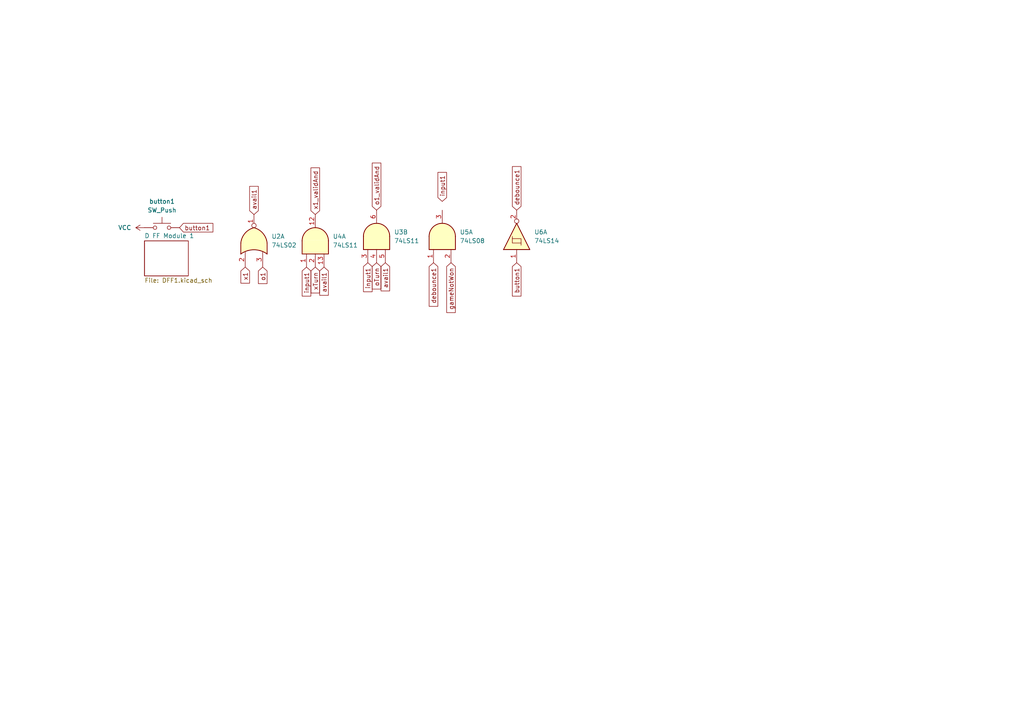
<source format=kicad_sch>
(kicad_sch
	(version 20250114)
	(generator "eeschema")
	(generator_version "9.0")
	(uuid "f906c928-f19c-46a6-ae2e-102e5e64a862")
	(paper "A4")
	(lib_symbols
		(symbol "74xx:74LS02"
			(pin_names
				(offset 1.016)
			)
			(exclude_from_sim no)
			(in_bom yes)
			(on_board yes)
			(property "Reference" "U"
				(at 0 1.27 0)
				(effects
					(font
						(size 1.27 1.27)
					)
				)
			)
			(property "Value" "74LS02"
				(at 0 -1.27 0)
				(effects
					(font
						(size 1.27 1.27)
					)
				)
			)
			(property "Footprint" ""
				(at 0 0 0)
				(effects
					(font
						(size 1.27 1.27)
					)
					(hide yes)
				)
			)
			(property "Datasheet" "http://www.ti.com/lit/gpn/sn74ls02"
				(at 0 0 0)
				(effects
					(font
						(size 1.27 1.27)
					)
					(hide yes)
				)
			)
			(property "Description" "quad 2-input NOR gate"
				(at 0 0 0)
				(effects
					(font
						(size 1.27 1.27)
					)
					(hide yes)
				)
			)
			(property "ki_locked" ""
				(at 0 0 0)
				(effects
					(font
						(size 1.27 1.27)
					)
				)
			)
			(property "ki_keywords" "TTL Nor2"
				(at 0 0 0)
				(effects
					(font
						(size 1.27 1.27)
					)
					(hide yes)
				)
			)
			(property "ki_fp_filters" "SO14* DIP*W7.62mm*"
				(at 0 0 0)
				(effects
					(font
						(size 1.27 1.27)
					)
					(hide yes)
				)
			)
			(symbol "74LS02_1_1"
				(arc
					(start -3.81 3.81)
					(mid -2.589 0)
					(end -3.81 -3.81)
					(stroke
						(width 0.254)
						(type default)
					)
					(fill
						(type none)
					)
				)
				(polyline
					(pts
						(xy -3.81 3.81) (xy -0.635 3.81)
					)
					(stroke
						(width 0.254)
						(type default)
					)
					(fill
						(type background)
					)
				)
				(polyline
					(pts
						(xy -3.81 -3.81) (xy -0.635 -3.81)
					)
					(stroke
						(width 0.254)
						(type default)
					)
					(fill
						(type background)
					)
				)
				(arc
					(start 3.81 0)
					(mid 2.1855 -2.584)
					(end -0.6096 -3.81)
					(stroke
						(width 0.254)
						(type default)
					)
					(fill
						(type background)
					)
				)
				(arc
					(start -0.6096 3.81)
					(mid 2.1928 2.5924)
					(end 3.81 0)
					(stroke
						(width 0.254)
						(type default)
					)
					(fill
						(type background)
					)
				)
				(polyline
					(pts
						(xy -0.635 3.81) (xy -3.81 3.81) (xy -3.81 3.81) (xy -3.556 3.4036) (xy -3.0226 2.2606) (xy -2.6924 1.0414)
						(xy -2.6162 -0.254) (xy -2.7686 -1.4986) (xy -3.175 -2.7178) (xy -3.81 -3.81) (xy -3.81 -3.81)
						(xy -0.635 -3.81)
					)
					(stroke
						(width -25.4)
						(type default)
					)
					(fill
						(type background)
					)
				)
				(pin input line
					(at -7.62 2.54 0)
					(length 4.318)
					(name "~"
						(effects
							(font
								(size 1.27 1.27)
							)
						)
					)
					(number "2"
						(effects
							(font
								(size 1.27 1.27)
							)
						)
					)
				)
				(pin input line
					(at -7.62 -2.54 0)
					(length 4.318)
					(name "~"
						(effects
							(font
								(size 1.27 1.27)
							)
						)
					)
					(number "3"
						(effects
							(font
								(size 1.27 1.27)
							)
						)
					)
				)
				(pin output inverted
					(at 7.62 0 180)
					(length 3.81)
					(name "~"
						(effects
							(font
								(size 1.27 1.27)
							)
						)
					)
					(number "1"
						(effects
							(font
								(size 1.27 1.27)
							)
						)
					)
				)
			)
			(symbol "74LS02_1_2"
				(arc
					(start 0 3.81)
					(mid 3.7934 0)
					(end 0 -3.81)
					(stroke
						(width 0.254)
						(type default)
					)
					(fill
						(type background)
					)
				)
				(polyline
					(pts
						(xy 0 3.81) (xy -3.81 3.81) (xy -3.81 -3.81) (xy 0 -3.81)
					)
					(stroke
						(width 0.254)
						(type default)
					)
					(fill
						(type background)
					)
				)
				(pin input inverted
					(at -7.62 2.54 0)
					(length 3.81)
					(name "~"
						(effects
							(font
								(size 1.27 1.27)
							)
						)
					)
					(number "2"
						(effects
							(font
								(size 1.27 1.27)
							)
						)
					)
				)
				(pin input inverted
					(at -7.62 -2.54 0)
					(length 3.81)
					(name "~"
						(effects
							(font
								(size 1.27 1.27)
							)
						)
					)
					(number "3"
						(effects
							(font
								(size 1.27 1.27)
							)
						)
					)
				)
				(pin output line
					(at 7.62 0 180)
					(length 3.81)
					(name "~"
						(effects
							(font
								(size 1.27 1.27)
							)
						)
					)
					(number "1"
						(effects
							(font
								(size 1.27 1.27)
							)
						)
					)
				)
			)
			(symbol "74LS02_2_1"
				(arc
					(start -3.81 3.81)
					(mid -2.589 0)
					(end -3.81 -3.81)
					(stroke
						(width 0.254)
						(type default)
					)
					(fill
						(type none)
					)
				)
				(polyline
					(pts
						(xy -3.81 3.81) (xy -0.635 3.81)
					)
					(stroke
						(width 0.254)
						(type default)
					)
					(fill
						(type background)
					)
				)
				(polyline
					(pts
						(xy -3.81 -3.81) (xy -0.635 -3.81)
					)
					(stroke
						(width 0.254)
						(type default)
					)
					(fill
						(type background)
					)
				)
				(arc
					(start 3.81 0)
					(mid 2.1855 -2.584)
					(end -0.6096 -3.81)
					(stroke
						(width 0.254)
						(type default)
					)
					(fill
						(type background)
					)
				)
				(arc
					(start -0.6096 3.81)
					(mid 2.1928 2.5924)
					(end 3.81 0)
					(stroke
						(width 0.254)
						(type default)
					)
					(fill
						(type background)
					)
				)
				(polyline
					(pts
						(xy -0.635 3.81) (xy -3.81 3.81) (xy -3.81 3.81) (xy -3.556 3.4036) (xy -3.0226 2.2606) (xy -2.6924 1.0414)
						(xy -2.6162 -0.254) (xy -2.7686 -1.4986) (xy -3.175 -2.7178) (xy -3.81 -3.81) (xy -3.81 -3.81)
						(xy -0.635 -3.81)
					)
					(stroke
						(width -25.4)
						(type default)
					)
					(fill
						(type background)
					)
				)
				(pin input line
					(at -7.62 2.54 0)
					(length 4.318)
					(name "~"
						(effects
							(font
								(size 1.27 1.27)
							)
						)
					)
					(number "5"
						(effects
							(font
								(size 1.27 1.27)
							)
						)
					)
				)
				(pin input line
					(at -7.62 -2.54 0)
					(length 4.318)
					(name "~"
						(effects
							(font
								(size 1.27 1.27)
							)
						)
					)
					(number "6"
						(effects
							(font
								(size 1.27 1.27)
							)
						)
					)
				)
				(pin output inverted
					(at 7.62 0 180)
					(length 3.81)
					(name "~"
						(effects
							(font
								(size 1.27 1.27)
							)
						)
					)
					(number "4"
						(effects
							(font
								(size 1.27 1.27)
							)
						)
					)
				)
			)
			(symbol "74LS02_2_2"
				(arc
					(start 0 3.81)
					(mid 3.7934 0)
					(end 0 -3.81)
					(stroke
						(width 0.254)
						(type default)
					)
					(fill
						(type background)
					)
				)
				(polyline
					(pts
						(xy 0 3.81) (xy -3.81 3.81) (xy -3.81 -3.81) (xy 0 -3.81)
					)
					(stroke
						(width 0.254)
						(type default)
					)
					(fill
						(type background)
					)
				)
				(pin input inverted
					(at -7.62 2.54 0)
					(length 3.81)
					(name "~"
						(effects
							(font
								(size 1.27 1.27)
							)
						)
					)
					(number "5"
						(effects
							(font
								(size 1.27 1.27)
							)
						)
					)
				)
				(pin input inverted
					(at -7.62 -2.54 0)
					(length 3.81)
					(name "~"
						(effects
							(font
								(size 1.27 1.27)
							)
						)
					)
					(number "6"
						(effects
							(font
								(size 1.27 1.27)
							)
						)
					)
				)
				(pin output line
					(at 7.62 0 180)
					(length 3.81)
					(name "~"
						(effects
							(font
								(size 1.27 1.27)
							)
						)
					)
					(number "4"
						(effects
							(font
								(size 1.27 1.27)
							)
						)
					)
				)
			)
			(symbol "74LS02_3_1"
				(arc
					(start -3.81 3.81)
					(mid -2.589 0)
					(end -3.81 -3.81)
					(stroke
						(width 0.254)
						(type default)
					)
					(fill
						(type none)
					)
				)
				(polyline
					(pts
						(xy -3.81 3.81) (xy -0.635 3.81)
					)
					(stroke
						(width 0.254)
						(type default)
					)
					(fill
						(type background)
					)
				)
				(polyline
					(pts
						(xy -3.81 -3.81) (xy -0.635 -3.81)
					)
					(stroke
						(width 0.254)
						(type default)
					)
					(fill
						(type background)
					)
				)
				(arc
					(start 3.81 0)
					(mid 2.1855 -2.584)
					(end -0.6096 -3.81)
					(stroke
						(width 0.254)
						(type default)
					)
					(fill
						(type background)
					)
				)
				(arc
					(start -0.6096 3.81)
					(mid 2.1928 2.5924)
					(end 3.81 0)
					(stroke
						(width 0.254)
						(type default)
					)
					(fill
						(type background)
					)
				)
				(polyline
					(pts
						(xy -0.635 3.81) (xy -3.81 3.81) (xy -3.81 3.81) (xy -3.556 3.4036) (xy -3.0226 2.2606) (xy -2.6924 1.0414)
						(xy -2.6162 -0.254) (xy -2.7686 -1.4986) (xy -3.175 -2.7178) (xy -3.81 -3.81) (xy -3.81 -3.81)
						(xy -0.635 -3.81)
					)
					(stroke
						(width -25.4)
						(type default)
					)
					(fill
						(type background)
					)
				)
				(pin input line
					(at -7.62 2.54 0)
					(length 4.318)
					(name "~"
						(effects
							(font
								(size 1.27 1.27)
							)
						)
					)
					(number "8"
						(effects
							(font
								(size 1.27 1.27)
							)
						)
					)
				)
				(pin input line
					(at -7.62 -2.54 0)
					(length 4.318)
					(name "~"
						(effects
							(font
								(size 1.27 1.27)
							)
						)
					)
					(number "9"
						(effects
							(font
								(size 1.27 1.27)
							)
						)
					)
				)
				(pin output inverted
					(at 7.62 0 180)
					(length 3.81)
					(name "~"
						(effects
							(font
								(size 1.27 1.27)
							)
						)
					)
					(number "10"
						(effects
							(font
								(size 1.27 1.27)
							)
						)
					)
				)
			)
			(symbol "74LS02_3_2"
				(arc
					(start 0 3.81)
					(mid 3.7934 0)
					(end 0 -3.81)
					(stroke
						(width 0.254)
						(type default)
					)
					(fill
						(type background)
					)
				)
				(polyline
					(pts
						(xy 0 3.81) (xy -3.81 3.81) (xy -3.81 -3.81) (xy 0 -3.81)
					)
					(stroke
						(width 0.254)
						(type default)
					)
					(fill
						(type background)
					)
				)
				(pin input inverted
					(at -7.62 2.54 0)
					(length 3.81)
					(name "~"
						(effects
							(font
								(size 1.27 1.27)
							)
						)
					)
					(number "8"
						(effects
							(font
								(size 1.27 1.27)
							)
						)
					)
				)
				(pin input inverted
					(at -7.62 -2.54 0)
					(length 3.81)
					(name "~"
						(effects
							(font
								(size 1.27 1.27)
							)
						)
					)
					(number "9"
						(effects
							(font
								(size 1.27 1.27)
							)
						)
					)
				)
				(pin output line
					(at 7.62 0 180)
					(length 3.81)
					(name "~"
						(effects
							(font
								(size 1.27 1.27)
							)
						)
					)
					(number "10"
						(effects
							(font
								(size 1.27 1.27)
							)
						)
					)
				)
			)
			(symbol "74LS02_4_1"
				(arc
					(start -3.81 3.81)
					(mid -2.589 0)
					(end -3.81 -3.81)
					(stroke
						(width 0.254)
						(type default)
					)
					(fill
						(type none)
					)
				)
				(polyline
					(pts
						(xy -3.81 3.81) (xy -0.635 3.81)
					)
					(stroke
						(width 0.254)
						(type default)
					)
					(fill
						(type background)
					)
				)
				(polyline
					(pts
						(xy -3.81 -3.81) (xy -0.635 -3.81)
					)
					(stroke
						(width 0.254)
						(type default)
					)
					(fill
						(type background)
					)
				)
				(arc
					(start 3.81 0)
					(mid 2.1855 -2.584)
					(end -0.6096 -3.81)
					(stroke
						(width 0.254)
						(type default)
					)
					(fill
						(type background)
					)
				)
				(arc
					(start -0.6096 3.81)
					(mid 2.1928 2.5924)
					(end 3.81 0)
					(stroke
						(width 0.254)
						(type default)
					)
					(fill
						(type background)
					)
				)
				(polyline
					(pts
						(xy -0.635 3.81) (xy -3.81 3.81) (xy -3.81 3.81) (xy -3.556 3.4036) (xy -3.0226 2.2606) (xy -2.6924 1.0414)
						(xy -2.6162 -0.254) (xy -2.7686 -1.4986) (xy -3.175 -2.7178) (xy -3.81 -3.81) (xy -3.81 -3.81)
						(xy -0.635 -3.81)
					)
					(stroke
						(width -25.4)
						(type default)
					)
					(fill
						(type background)
					)
				)
				(pin input line
					(at -7.62 2.54 0)
					(length 4.318)
					(name "~"
						(effects
							(font
								(size 1.27 1.27)
							)
						)
					)
					(number "11"
						(effects
							(font
								(size 1.27 1.27)
							)
						)
					)
				)
				(pin input line
					(at -7.62 -2.54 0)
					(length 4.318)
					(name "~"
						(effects
							(font
								(size 1.27 1.27)
							)
						)
					)
					(number "12"
						(effects
							(font
								(size 1.27 1.27)
							)
						)
					)
				)
				(pin output inverted
					(at 7.62 0 180)
					(length 3.81)
					(name "~"
						(effects
							(font
								(size 1.27 1.27)
							)
						)
					)
					(number "13"
						(effects
							(font
								(size 1.27 1.27)
							)
						)
					)
				)
			)
			(symbol "74LS02_4_2"
				(arc
					(start 0 3.81)
					(mid 3.7934 0)
					(end 0 -3.81)
					(stroke
						(width 0.254)
						(type default)
					)
					(fill
						(type background)
					)
				)
				(polyline
					(pts
						(xy 0 3.81) (xy -3.81 3.81) (xy -3.81 -3.81) (xy 0 -3.81)
					)
					(stroke
						(width 0.254)
						(type default)
					)
					(fill
						(type background)
					)
				)
				(pin input inverted
					(at -7.62 2.54 0)
					(length 3.81)
					(name "~"
						(effects
							(font
								(size 1.27 1.27)
							)
						)
					)
					(number "11"
						(effects
							(font
								(size 1.27 1.27)
							)
						)
					)
				)
				(pin input inverted
					(at -7.62 -2.54 0)
					(length 3.81)
					(name "~"
						(effects
							(font
								(size 1.27 1.27)
							)
						)
					)
					(number "12"
						(effects
							(font
								(size 1.27 1.27)
							)
						)
					)
				)
				(pin output line
					(at 7.62 0 180)
					(length 3.81)
					(name "~"
						(effects
							(font
								(size 1.27 1.27)
							)
						)
					)
					(number "13"
						(effects
							(font
								(size 1.27 1.27)
							)
						)
					)
				)
			)
			(symbol "74LS02_5_0"
				(pin power_in line
					(at 0 12.7 270)
					(length 5.08)
					(name "VCC"
						(effects
							(font
								(size 1.27 1.27)
							)
						)
					)
					(number "14"
						(effects
							(font
								(size 1.27 1.27)
							)
						)
					)
				)
				(pin power_in line
					(at 0 -12.7 90)
					(length 5.08)
					(name "GND"
						(effects
							(font
								(size 1.27 1.27)
							)
						)
					)
					(number "7"
						(effects
							(font
								(size 1.27 1.27)
							)
						)
					)
				)
			)
			(symbol "74LS02_5_1"
				(rectangle
					(start -5.08 7.62)
					(end 5.08 -7.62)
					(stroke
						(width 0.254)
						(type default)
					)
					(fill
						(type background)
					)
				)
			)
			(embedded_fonts no)
		)
		(symbol "74xx:74LS08"
			(pin_names
				(offset 1.016)
			)
			(exclude_from_sim no)
			(in_bom yes)
			(on_board yes)
			(property "Reference" "U"
				(at 0 1.27 0)
				(effects
					(font
						(size 1.27 1.27)
					)
				)
			)
			(property "Value" "74LS08"
				(at 0 -1.27 0)
				(effects
					(font
						(size 1.27 1.27)
					)
				)
			)
			(property "Footprint" ""
				(at 0 0 0)
				(effects
					(font
						(size 1.27 1.27)
					)
					(hide yes)
				)
			)
			(property "Datasheet" "http://www.ti.com/lit/gpn/sn74LS08"
				(at 0 0 0)
				(effects
					(font
						(size 1.27 1.27)
					)
					(hide yes)
				)
			)
			(property "Description" "Quad And2"
				(at 0 0 0)
				(effects
					(font
						(size 1.27 1.27)
					)
					(hide yes)
				)
			)
			(property "ki_locked" ""
				(at 0 0 0)
				(effects
					(font
						(size 1.27 1.27)
					)
				)
			)
			(property "ki_keywords" "TTL and2"
				(at 0 0 0)
				(effects
					(font
						(size 1.27 1.27)
					)
					(hide yes)
				)
			)
			(property "ki_fp_filters" "DIP*W7.62mm*"
				(at 0 0 0)
				(effects
					(font
						(size 1.27 1.27)
					)
					(hide yes)
				)
			)
			(symbol "74LS08_1_1"
				(arc
					(start 0 3.81)
					(mid 3.7934 0)
					(end 0 -3.81)
					(stroke
						(width 0.254)
						(type default)
					)
					(fill
						(type background)
					)
				)
				(polyline
					(pts
						(xy 0 3.81) (xy -3.81 3.81) (xy -3.81 -3.81) (xy 0 -3.81)
					)
					(stroke
						(width 0.254)
						(type default)
					)
					(fill
						(type background)
					)
				)
				(pin input line
					(at -7.62 2.54 0)
					(length 3.81)
					(name "~"
						(effects
							(font
								(size 1.27 1.27)
							)
						)
					)
					(number "1"
						(effects
							(font
								(size 1.27 1.27)
							)
						)
					)
				)
				(pin input line
					(at -7.62 -2.54 0)
					(length 3.81)
					(name "~"
						(effects
							(font
								(size 1.27 1.27)
							)
						)
					)
					(number "2"
						(effects
							(font
								(size 1.27 1.27)
							)
						)
					)
				)
				(pin output line
					(at 7.62 0 180)
					(length 3.81)
					(name "~"
						(effects
							(font
								(size 1.27 1.27)
							)
						)
					)
					(number "3"
						(effects
							(font
								(size 1.27 1.27)
							)
						)
					)
				)
			)
			(symbol "74LS08_1_2"
				(arc
					(start -3.81 3.81)
					(mid -2.589 0)
					(end -3.81 -3.81)
					(stroke
						(width 0.254)
						(type default)
					)
					(fill
						(type none)
					)
				)
				(polyline
					(pts
						(xy -3.81 3.81) (xy -0.635 3.81)
					)
					(stroke
						(width 0.254)
						(type default)
					)
					(fill
						(type background)
					)
				)
				(polyline
					(pts
						(xy -3.81 -3.81) (xy -0.635 -3.81)
					)
					(stroke
						(width 0.254)
						(type default)
					)
					(fill
						(type background)
					)
				)
				(arc
					(start 3.81 0)
					(mid 2.1855 -2.584)
					(end -0.6096 -3.81)
					(stroke
						(width 0.254)
						(type default)
					)
					(fill
						(type background)
					)
				)
				(arc
					(start -0.6096 3.81)
					(mid 2.1928 2.5924)
					(end 3.81 0)
					(stroke
						(width 0.254)
						(type default)
					)
					(fill
						(type background)
					)
				)
				(polyline
					(pts
						(xy -0.635 3.81) (xy -3.81 3.81) (xy -3.81 3.81) (xy -3.556 3.4036) (xy -3.0226 2.2606) (xy -2.6924 1.0414)
						(xy -2.6162 -0.254) (xy -2.7686 -1.4986) (xy -3.175 -2.7178) (xy -3.81 -3.81) (xy -3.81 -3.81)
						(xy -0.635 -3.81)
					)
					(stroke
						(width -25.4)
						(type default)
					)
					(fill
						(type background)
					)
				)
				(pin input inverted
					(at -7.62 2.54 0)
					(length 4.318)
					(name "~"
						(effects
							(font
								(size 1.27 1.27)
							)
						)
					)
					(number "1"
						(effects
							(font
								(size 1.27 1.27)
							)
						)
					)
				)
				(pin input inverted
					(at -7.62 -2.54 0)
					(length 4.318)
					(name "~"
						(effects
							(font
								(size 1.27 1.27)
							)
						)
					)
					(number "2"
						(effects
							(font
								(size 1.27 1.27)
							)
						)
					)
				)
				(pin output inverted
					(at 7.62 0 180)
					(length 3.81)
					(name "~"
						(effects
							(font
								(size 1.27 1.27)
							)
						)
					)
					(number "3"
						(effects
							(font
								(size 1.27 1.27)
							)
						)
					)
				)
			)
			(symbol "74LS08_2_1"
				(arc
					(start 0 3.81)
					(mid 3.7934 0)
					(end 0 -3.81)
					(stroke
						(width 0.254)
						(type default)
					)
					(fill
						(type background)
					)
				)
				(polyline
					(pts
						(xy 0 3.81) (xy -3.81 3.81) (xy -3.81 -3.81) (xy 0 -3.81)
					)
					(stroke
						(width 0.254)
						(type default)
					)
					(fill
						(type background)
					)
				)
				(pin input line
					(at -7.62 2.54 0)
					(length 3.81)
					(name "~"
						(effects
							(font
								(size 1.27 1.27)
							)
						)
					)
					(number "4"
						(effects
							(font
								(size 1.27 1.27)
							)
						)
					)
				)
				(pin input line
					(at -7.62 -2.54 0)
					(length 3.81)
					(name "~"
						(effects
							(font
								(size 1.27 1.27)
							)
						)
					)
					(number "5"
						(effects
							(font
								(size 1.27 1.27)
							)
						)
					)
				)
				(pin output line
					(at 7.62 0 180)
					(length 3.81)
					(name "~"
						(effects
							(font
								(size 1.27 1.27)
							)
						)
					)
					(number "6"
						(effects
							(font
								(size 1.27 1.27)
							)
						)
					)
				)
			)
			(symbol "74LS08_2_2"
				(arc
					(start -3.81 3.81)
					(mid -2.589 0)
					(end -3.81 -3.81)
					(stroke
						(width 0.254)
						(type default)
					)
					(fill
						(type none)
					)
				)
				(polyline
					(pts
						(xy -3.81 3.81) (xy -0.635 3.81)
					)
					(stroke
						(width 0.254)
						(type default)
					)
					(fill
						(type background)
					)
				)
				(polyline
					(pts
						(xy -3.81 -3.81) (xy -0.635 -3.81)
					)
					(stroke
						(width 0.254)
						(type default)
					)
					(fill
						(type background)
					)
				)
				(arc
					(start 3.81 0)
					(mid 2.1855 -2.584)
					(end -0.6096 -3.81)
					(stroke
						(width 0.254)
						(type default)
					)
					(fill
						(type background)
					)
				)
				(arc
					(start -0.6096 3.81)
					(mid 2.1928 2.5924)
					(end 3.81 0)
					(stroke
						(width 0.254)
						(type default)
					)
					(fill
						(type background)
					)
				)
				(polyline
					(pts
						(xy -0.635 3.81) (xy -3.81 3.81) (xy -3.81 3.81) (xy -3.556 3.4036) (xy -3.0226 2.2606) (xy -2.6924 1.0414)
						(xy -2.6162 -0.254) (xy -2.7686 -1.4986) (xy -3.175 -2.7178) (xy -3.81 -3.81) (xy -3.81 -3.81)
						(xy -0.635 -3.81)
					)
					(stroke
						(width -25.4)
						(type default)
					)
					(fill
						(type background)
					)
				)
				(pin input inverted
					(at -7.62 2.54 0)
					(length 4.318)
					(name "~"
						(effects
							(font
								(size 1.27 1.27)
							)
						)
					)
					(number "4"
						(effects
							(font
								(size 1.27 1.27)
							)
						)
					)
				)
				(pin input inverted
					(at -7.62 -2.54 0)
					(length 4.318)
					(name "~"
						(effects
							(font
								(size 1.27 1.27)
							)
						)
					)
					(number "5"
						(effects
							(font
								(size 1.27 1.27)
							)
						)
					)
				)
				(pin output inverted
					(at 7.62 0 180)
					(length 3.81)
					(name "~"
						(effects
							(font
								(size 1.27 1.27)
							)
						)
					)
					(number "6"
						(effects
							(font
								(size 1.27 1.27)
							)
						)
					)
				)
			)
			(symbol "74LS08_3_1"
				(arc
					(start 0 3.81)
					(mid 3.7934 0)
					(end 0 -3.81)
					(stroke
						(width 0.254)
						(type default)
					)
					(fill
						(type background)
					)
				)
				(polyline
					(pts
						(xy 0 3.81) (xy -3.81 3.81) (xy -3.81 -3.81) (xy 0 -3.81)
					)
					(stroke
						(width 0.254)
						(type default)
					)
					(fill
						(type background)
					)
				)
				(pin input line
					(at -7.62 2.54 0)
					(length 3.81)
					(name "~"
						(effects
							(font
								(size 1.27 1.27)
							)
						)
					)
					(number "9"
						(effects
							(font
								(size 1.27 1.27)
							)
						)
					)
				)
				(pin input line
					(at -7.62 -2.54 0)
					(length 3.81)
					(name "~"
						(effects
							(font
								(size 1.27 1.27)
							)
						)
					)
					(number "10"
						(effects
							(font
								(size 1.27 1.27)
							)
						)
					)
				)
				(pin output line
					(at 7.62 0 180)
					(length 3.81)
					(name "~"
						(effects
							(font
								(size 1.27 1.27)
							)
						)
					)
					(number "8"
						(effects
							(font
								(size 1.27 1.27)
							)
						)
					)
				)
			)
			(symbol "74LS08_3_2"
				(arc
					(start -3.81 3.81)
					(mid -2.589 0)
					(end -3.81 -3.81)
					(stroke
						(width 0.254)
						(type default)
					)
					(fill
						(type none)
					)
				)
				(polyline
					(pts
						(xy -3.81 3.81) (xy -0.635 3.81)
					)
					(stroke
						(width 0.254)
						(type default)
					)
					(fill
						(type background)
					)
				)
				(polyline
					(pts
						(xy -3.81 -3.81) (xy -0.635 -3.81)
					)
					(stroke
						(width 0.254)
						(type default)
					)
					(fill
						(type background)
					)
				)
				(arc
					(start 3.81 0)
					(mid 2.1855 -2.584)
					(end -0.6096 -3.81)
					(stroke
						(width 0.254)
						(type default)
					)
					(fill
						(type background)
					)
				)
				(arc
					(start -0.6096 3.81)
					(mid 2.1928 2.5924)
					(end 3.81 0)
					(stroke
						(width 0.254)
						(type default)
					)
					(fill
						(type background)
					)
				)
				(polyline
					(pts
						(xy -0.635 3.81) (xy -3.81 3.81) (xy -3.81 3.81) (xy -3.556 3.4036) (xy -3.0226 2.2606) (xy -2.6924 1.0414)
						(xy -2.6162 -0.254) (xy -2.7686 -1.4986) (xy -3.175 -2.7178) (xy -3.81 -3.81) (xy -3.81 -3.81)
						(xy -0.635 -3.81)
					)
					(stroke
						(width -25.4)
						(type default)
					)
					(fill
						(type background)
					)
				)
				(pin input inverted
					(at -7.62 2.54 0)
					(length 4.318)
					(name "~"
						(effects
							(font
								(size 1.27 1.27)
							)
						)
					)
					(number "9"
						(effects
							(font
								(size 1.27 1.27)
							)
						)
					)
				)
				(pin input inverted
					(at -7.62 -2.54 0)
					(length 4.318)
					(name "~"
						(effects
							(font
								(size 1.27 1.27)
							)
						)
					)
					(number "10"
						(effects
							(font
								(size 1.27 1.27)
							)
						)
					)
				)
				(pin output inverted
					(at 7.62 0 180)
					(length 3.81)
					(name "~"
						(effects
							(font
								(size 1.27 1.27)
							)
						)
					)
					(number "8"
						(effects
							(font
								(size 1.27 1.27)
							)
						)
					)
				)
			)
			(symbol "74LS08_4_1"
				(arc
					(start 0 3.81)
					(mid 3.7934 0)
					(end 0 -3.81)
					(stroke
						(width 0.254)
						(type default)
					)
					(fill
						(type background)
					)
				)
				(polyline
					(pts
						(xy 0 3.81) (xy -3.81 3.81) (xy -3.81 -3.81) (xy 0 -3.81)
					)
					(stroke
						(width 0.254)
						(type default)
					)
					(fill
						(type background)
					)
				)
				(pin input line
					(at -7.62 2.54 0)
					(length 3.81)
					(name "~"
						(effects
							(font
								(size 1.27 1.27)
							)
						)
					)
					(number "12"
						(effects
							(font
								(size 1.27 1.27)
							)
						)
					)
				)
				(pin input line
					(at -7.62 -2.54 0)
					(length 3.81)
					(name "~"
						(effects
							(font
								(size 1.27 1.27)
							)
						)
					)
					(number "13"
						(effects
							(font
								(size 1.27 1.27)
							)
						)
					)
				)
				(pin output line
					(at 7.62 0 180)
					(length 3.81)
					(name "~"
						(effects
							(font
								(size 1.27 1.27)
							)
						)
					)
					(number "11"
						(effects
							(font
								(size 1.27 1.27)
							)
						)
					)
				)
			)
			(symbol "74LS08_4_2"
				(arc
					(start -3.81 3.81)
					(mid -2.589 0)
					(end -3.81 -3.81)
					(stroke
						(width 0.254)
						(type default)
					)
					(fill
						(type none)
					)
				)
				(polyline
					(pts
						(xy -3.81 3.81) (xy -0.635 3.81)
					)
					(stroke
						(width 0.254)
						(type default)
					)
					(fill
						(type background)
					)
				)
				(polyline
					(pts
						(xy -3.81 -3.81) (xy -0.635 -3.81)
					)
					(stroke
						(width 0.254)
						(type default)
					)
					(fill
						(type background)
					)
				)
				(arc
					(start 3.81 0)
					(mid 2.1855 -2.584)
					(end -0.6096 -3.81)
					(stroke
						(width 0.254)
						(type default)
					)
					(fill
						(type background)
					)
				)
				(arc
					(start -0.6096 3.81)
					(mid 2.1928 2.5924)
					(end 3.81 0)
					(stroke
						(width 0.254)
						(type default)
					)
					(fill
						(type background)
					)
				)
				(polyline
					(pts
						(xy -0.635 3.81) (xy -3.81 3.81) (xy -3.81 3.81) (xy -3.556 3.4036) (xy -3.0226 2.2606) (xy -2.6924 1.0414)
						(xy -2.6162 -0.254) (xy -2.7686 -1.4986) (xy -3.175 -2.7178) (xy -3.81 -3.81) (xy -3.81 -3.81)
						(xy -0.635 -3.81)
					)
					(stroke
						(width -25.4)
						(type default)
					)
					(fill
						(type background)
					)
				)
				(pin input inverted
					(at -7.62 2.54 0)
					(length 4.318)
					(name "~"
						(effects
							(font
								(size 1.27 1.27)
							)
						)
					)
					(number "12"
						(effects
							(font
								(size 1.27 1.27)
							)
						)
					)
				)
				(pin input inverted
					(at -7.62 -2.54 0)
					(length 4.318)
					(name "~"
						(effects
							(font
								(size 1.27 1.27)
							)
						)
					)
					(number "13"
						(effects
							(font
								(size 1.27 1.27)
							)
						)
					)
				)
				(pin output inverted
					(at 7.62 0 180)
					(length 3.81)
					(name "~"
						(effects
							(font
								(size 1.27 1.27)
							)
						)
					)
					(number "11"
						(effects
							(font
								(size 1.27 1.27)
							)
						)
					)
				)
			)
			(symbol "74LS08_5_0"
				(pin power_in line
					(at 0 12.7 270)
					(length 5.08)
					(name "VCC"
						(effects
							(font
								(size 1.27 1.27)
							)
						)
					)
					(number "14"
						(effects
							(font
								(size 1.27 1.27)
							)
						)
					)
				)
				(pin power_in line
					(at 0 -12.7 90)
					(length 5.08)
					(name "GND"
						(effects
							(font
								(size 1.27 1.27)
							)
						)
					)
					(number "7"
						(effects
							(font
								(size 1.27 1.27)
							)
						)
					)
				)
			)
			(symbol "74LS08_5_1"
				(rectangle
					(start -5.08 7.62)
					(end 5.08 -7.62)
					(stroke
						(width 0.254)
						(type default)
					)
					(fill
						(type background)
					)
				)
			)
			(embedded_fonts no)
		)
		(symbol "74xx:74LS11"
			(pin_names
				(offset 1.016)
			)
			(exclude_from_sim no)
			(in_bom yes)
			(on_board yes)
			(property "Reference" "U"
				(at 0 1.27 0)
				(effects
					(font
						(size 1.27 1.27)
					)
				)
			)
			(property "Value" "74LS11"
				(at 0 -1.27 0)
				(effects
					(font
						(size 1.27 1.27)
					)
				)
			)
			(property "Footprint" ""
				(at 0 0 0)
				(effects
					(font
						(size 1.27 1.27)
					)
					(hide yes)
				)
			)
			(property "Datasheet" "http://www.ti.com/lit/gpn/sn74LS11"
				(at 0 0 0)
				(effects
					(font
						(size 1.27 1.27)
					)
					(hide yes)
				)
			)
			(property "Description" "Triple 3-input AND"
				(at 0 0 0)
				(effects
					(font
						(size 1.27 1.27)
					)
					(hide yes)
				)
			)
			(property "ki_locked" ""
				(at 0 0 0)
				(effects
					(font
						(size 1.27 1.27)
					)
				)
			)
			(property "ki_keywords" "TTL And3"
				(at 0 0 0)
				(effects
					(font
						(size 1.27 1.27)
					)
					(hide yes)
				)
			)
			(property "ki_fp_filters" "DIP*W7.62mm*"
				(at 0 0 0)
				(effects
					(font
						(size 1.27 1.27)
					)
					(hide yes)
				)
			)
			(symbol "74LS11_1_1"
				(arc
					(start 0 3.81)
					(mid 3.7934 0)
					(end 0 -3.81)
					(stroke
						(width 0.254)
						(type default)
					)
					(fill
						(type background)
					)
				)
				(polyline
					(pts
						(xy 0 3.81) (xy -3.81 3.81) (xy -3.81 -3.81) (xy 0 -3.81)
					)
					(stroke
						(width 0.254)
						(type default)
					)
					(fill
						(type background)
					)
				)
				(pin input line
					(at -7.62 2.54 0)
					(length 3.81)
					(name "~"
						(effects
							(font
								(size 1.27 1.27)
							)
						)
					)
					(number "1"
						(effects
							(font
								(size 1.27 1.27)
							)
						)
					)
				)
				(pin input line
					(at -7.62 0 0)
					(length 3.81)
					(name "~"
						(effects
							(font
								(size 1.27 1.27)
							)
						)
					)
					(number "2"
						(effects
							(font
								(size 1.27 1.27)
							)
						)
					)
				)
				(pin input line
					(at -7.62 -2.54 0)
					(length 3.81)
					(name "~"
						(effects
							(font
								(size 1.27 1.27)
							)
						)
					)
					(number "13"
						(effects
							(font
								(size 1.27 1.27)
							)
						)
					)
				)
				(pin output line
					(at 7.62 0 180)
					(length 3.81)
					(name "~"
						(effects
							(font
								(size 1.27 1.27)
							)
						)
					)
					(number "12"
						(effects
							(font
								(size 1.27 1.27)
							)
						)
					)
				)
			)
			(symbol "74LS11_1_2"
				(arc
					(start -3.81 3.81)
					(mid -2.589 0)
					(end -3.81 -3.81)
					(stroke
						(width 0.254)
						(type default)
					)
					(fill
						(type none)
					)
				)
				(polyline
					(pts
						(xy -3.81 3.81) (xy -0.635 3.81)
					)
					(stroke
						(width 0.254)
						(type default)
					)
					(fill
						(type background)
					)
				)
				(polyline
					(pts
						(xy -3.81 -3.81) (xy -0.635 -3.81)
					)
					(stroke
						(width 0.254)
						(type default)
					)
					(fill
						(type background)
					)
				)
				(arc
					(start 3.81 0)
					(mid 2.1855 -2.584)
					(end -0.6096 -3.81)
					(stroke
						(width 0.254)
						(type default)
					)
					(fill
						(type background)
					)
				)
				(arc
					(start -0.6096 3.81)
					(mid 2.1928 2.5924)
					(end 3.81 0)
					(stroke
						(width 0.254)
						(type default)
					)
					(fill
						(type background)
					)
				)
				(polyline
					(pts
						(xy -0.635 3.81) (xy -3.81 3.81) (xy -3.81 3.81) (xy -3.556 3.4036) (xy -3.0226 2.2606) (xy -2.6924 1.0414)
						(xy -2.6162 -0.254) (xy -2.7686 -1.4986) (xy -3.175 -2.7178) (xy -3.81 -3.81) (xy -3.81 -3.81)
						(xy -0.635 -3.81)
					)
					(stroke
						(width -25.4)
						(type default)
					)
					(fill
						(type background)
					)
				)
				(pin input inverted
					(at -7.62 2.54 0)
					(length 4.318)
					(name "~"
						(effects
							(font
								(size 1.27 1.27)
							)
						)
					)
					(number "1"
						(effects
							(font
								(size 1.27 1.27)
							)
						)
					)
				)
				(pin input inverted
					(at -7.62 0 0)
					(length 4.953)
					(name "~"
						(effects
							(font
								(size 1.27 1.27)
							)
						)
					)
					(number "2"
						(effects
							(font
								(size 1.27 1.27)
							)
						)
					)
				)
				(pin input inverted
					(at -7.62 -2.54 0)
					(length 4.318)
					(name "~"
						(effects
							(font
								(size 1.27 1.27)
							)
						)
					)
					(number "13"
						(effects
							(font
								(size 1.27 1.27)
							)
						)
					)
				)
				(pin output inverted
					(at 7.62 0 180)
					(length 3.81)
					(name "~"
						(effects
							(font
								(size 1.27 1.27)
							)
						)
					)
					(number "12"
						(effects
							(font
								(size 1.27 1.27)
							)
						)
					)
				)
			)
			(symbol "74LS11_2_1"
				(arc
					(start 0 3.81)
					(mid 3.7934 0)
					(end 0 -3.81)
					(stroke
						(width 0.254)
						(type default)
					)
					(fill
						(type background)
					)
				)
				(polyline
					(pts
						(xy 0 3.81) (xy -3.81 3.81) (xy -3.81 -3.81) (xy 0 -3.81)
					)
					(stroke
						(width 0.254)
						(type default)
					)
					(fill
						(type background)
					)
				)
				(pin input line
					(at -7.62 2.54 0)
					(length 3.81)
					(name "~"
						(effects
							(font
								(size 1.27 1.27)
							)
						)
					)
					(number "3"
						(effects
							(font
								(size 1.27 1.27)
							)
						)
					)
				)
				(pin input line
					(at -7.62 0 0)
					(length 3.81)
					(name "~"
						(effects
							(font
								(size 1.27 1.27)
							)
						)
					)
					(number "4"
						(effects
							(font
								(size 1.27 1.27)
							)
						)
					)
				)
				(pin input line
					(at -7.62 -2.54 0)
					(length 3.81)
					(name "~"
						(effects
							(font
								(size 1.27 1.27)
							)
						)
					)
					(number "5"
						(effects
							(font
								(size 1.27 1.27)
							)
						)
					)
				)
				(pin output line
					(at 7.62 0 180)
					(length 3.81)
					(name "~"
						(effects
							(font
								(size 1.27 1.27)
							)
						)
					)
					(number "6"
						(effects
							(font
								(size 1.27 1.27)
							)
						)
					)
				)
			)
			(symbol "74LS11_2_2"
				(arc
					(start -3.81 3.81)
					(mid -2.589 0)
					(end -3.81 -3.81)
					(stroke
						(width 0.254)
						(type default)
					)
					(fill
						(type none)
					)
				)
				(polyline
					(pts
						(xy -3.81 3.81) (xy -0.635 3.81)
					)
					(stroke
						(width 0.254)
						(type default)
					)
					(fill
						(type background)
					)
				)
				(polyline
					(pts
						(xy -3.81 -3.81) (xy -0.635 -3.81)
					)
					(stroke
						(width 0.254)
						(type default)
					)
					(fill
						(type background)
					)
				)
				(arc
					(start 3.81 0)
					(mid 2.1855 -2.584)
					(end -0.6096 -3.81)
					(stroke
						(width 0.254)
						(type default)
					)
					(fill
						(type background)
					)
				)
				(arc
					(start -0.6096 3.81)
					(mid 2.1928 2.5924)
					(end 3.81 0)
					(stroke
						(width 0.254)
						(type default)
					)
					(fill
						(type background)
					)
				)
				(polyline
					(pts
						(xy -0.635 3.81) (xy -3.81 3.81) (xy -3.81 3.81) (xy -3.556 3.4036) (xy -3.0226 2.2606) (xy -2.6924 1.0414)
						(xy -2.6162 -0.254) (xy -2.7686 -1.4986) (xy -3.175 -2.7178) (xy -3.81 -3.81) (xy -3.81 -3.81)
						(xy -0.635 -3.81)
					)
					(stroke
						(width -25.4)
						(type default)
					)
					(fill
						(type background)
					)
				)
				(pin input inverted
					(at -7.62 2.54 0)
					(length 4.318)
					(name "~"
						(effects
							(font
								(size 1.27 1.27)
							)
						)
					)
					(number "3"
						(effects
							(font
								(size 1.27 1.27)
							)
						)
					)
				)
				(pin input inverted
					(at -7.62 0 0)
					(length 4.953)
					(name "~"
						(effects
							(font
								(size 1.27 1.27)
							)
						)
					)
					(number "4"
						(effects
							(font
								(size 1.27 1.27)
							)
						)
					)
				)
				(pin input inverted
					(at -7.62 -2.54 0)
					(length 4.318)
					(name "~"
						(effects
							(font
								(size 1.27 1.27)
							)
						)
					)
					(number "5"
						(effects
							(font
								(size 1.27 1.27)
							)
						)
					)
				)
				(pin output inverted
					(at 7.62 0 180)
					(length 3.81)
					(name "~"
						(effects
							(font
								(size 1.27 1.27)
							)
						)
					)
					(number "6"
						(effects
							(font
								(size 1.27 1.27)
							)
						)
					)
				)
			)
			(symbol "74LS11_3_1"
				(arc
					(start 0 3.81)
					(mid 3.7934 0)
					(end 0 -3.81)
					(stroke
						(width 0.254)
						(type default)
					)
					(fill
						(type background)
					)
				)
				(polyline
					(pts
						(xy 0 3.81) (xy -3.81 3.81) (xy -3.81 -3.81) (xy 0 -3.81)
					)
					(stroke
						(width 0.254)
						(type default)
					)
					(fill
						(type background)
					)
				)
				(pin input line
					(at -7.62 2.54 0)
					(length 3.81)
					(name "~"
						(effects
							(font
								(size 1.27 1.27)
							)
						)
					)
					(number "9"
						(effects
							(font
								(size 1.27 1.27)
							)
						)
					)
				)
				(pin input line
					(at -7.62 0 0)
					(length 3.81)
					(name "~"
						(effects
							(font
								(size 1.27 1.27)
							)
						)
					)
					(number "10"
						(effects
							(font
								(size 1.27 1.27)
							)
						)
					)
				)
				(pin input line
					(at -7.62 -2.54 0)
					(length 3.81)
					(name "~"
						(effects
							(font
								(size 1.27 1.27)
							)
						)
					)
					(number "11"
						(effects
							(font
								(size 1.27 1.27)
							)
						)
					)
				)
				(pin output line
					(at 7.62 0 180)
					(length 3.81)
					(name "~"
						(effects
							(font
								(size 1.27 1.27)
							)
						)
					)
					(number "8"
						(effects
							(font
								(size 1.27 1.27)
							)
						)
					)
				)
			)
			(symbol "74LS11_3_2"
				(arc
					(start -3.81 3.81)
					(mid -2.589 0)
					(end -3.81 -3.81)
					(stroke
						(width 0.254)
						(type default)
					)
					(fill
						(type none)
					)
				)
				(polyline
					(pts
						(xy -3.81 3.81) (xy -0.635 3.81)
					)
					(stroke
						(width 0.254)
						(type default)
					)
					(fill
						(type background)
					)
				)
				(polyline
					(pts
						(xy -3.81 -3.81) (xy -0.635 -3.81)
					)
					(stroke
						(width 0.254)
						(type default)
					)
					(fill
						(type background)
					)
				)
				(arc
					(start 3.81 0)
					(mid 2.1855 -2.584)
					(end -0.6096 -3.81)
					(stroke
						(width 0.254)
						(type default)
					)
					(fill
						(type background)
					)
				)
				(arc
					(start -0.6096 3.81)
					(mid 2.1928 2.5924)
					(end 3.81 0)
					(stroke
						(width 0.254)
						(type default)
					)
					(fill
						(type background)
					)
				)
				(polyline
					(pts
						(xy -0.635 3.81) (xy -3.81 3.81) (xy -3.81 3.81) (xy -3.556 3.4036) (xy -3.0226 2.2606) (xy -2.6924 1.0414)
						(xy -2.6162 -0.254) (xy -2.7686 -1.4986) (xy -3.175 -2.7178) (xy -3.81 -3.81) (xy -3.81 -3.81)
						(xy -0.635 -3.81)
					)
					(stroke
						(width -25.4)
						(type default)
					)
					(fill
						(type background)
					)
				)
				(pin input inverted
					(at -7.62 2.54 0)
					(length 4.318)
					(name "~"
						(effects
							(font
								(size 1.27 1.27)
							)
						)
					)
					(number "9"
						(effects
							(font
								(size 1.27 1.27)
							)
						)
					)
				)
				(pin input inverted
					(at -7.62 0 0)
					(length 4.953)
					(name "~"
						(effects
							(font
								(size 1.27 1.27)
							)
						)
					)
					(number "10"
						(effects
							(font
								(size 1.27 1.27)
							)
						)
					)
				)
				(pin input inverted
					(at -7.62 -2.54 0)
					(length 4.318)
					(name "~"
						(effects
							(font
								(size 1.27 1.27)
							)
						)
					)
					(number "11"
						(effects
							(font
								(size 1.27 1.27)
							)
						)
					)
				)
				(pin output inverted
					(at 7.62 0 180)
					(length 3.81)
					(name "~"
						(effects
							(font
								(size 1.27 1.27)
							)
						)
					)
					(number "8"
						(effects
							(font
								(size 1.27 1.27)
							)
						)
					)
				)
			)
			(symbol "74LS11_4_0"
				(pin power_in line
					(at 0 12.7 270)
					(length 5.08)
					(name "VCC"
						(effects
							(font
								(size 1.27 1.27)
							)
						)
					)
					(number "14"
						(effects
							(font
								(size 1.27 1.27)
							)
						)
					)
				)
				(pin power_in line
					(at 0 -12.7 90)
					(length 5.08)
					(name "GND"
						(effects
							(font
								(size 1.27 1.27)
							)
						)
					)
					(number "7"
						(effects
							(font
								(size 1.27 1.27)
							)
						)
					)
				)
			)
			(symbol "74LS11_4_1"
				(rectangle
					(start -5.08 7.62)
					(end 5.08 -7.62)
					(stroke
						(width 0.254)
						(type default)
					)
					(fill
						(type background)
					)
				)
			)
			(embedded_fonts no)
		)
		(symbol "74xx:74LS14"
			(pin_names
				(offset 1.016)
			)
			(exclude_from_sim no)
			(in_bom yes)
			(on_board yes)
			(property "Reference" "U"
				(at 0 1.27 0)
				(effects
					(font
						(size 1.27 1.27)
					)
				)
			)
			(property "Value" "74LS14"
				(at 0 -1.27 0)
				(effects
					(font
						(size 1.27 1.27)
					)
				)
			)
			(property "Footprint" ""
				(at 0 0 0)
				(effects
					(font
						(size 1.27 1.27)
					)
					(hide yes)
				)
			)
			(property "Datasheet" "http://www.ti.com/lit/gpn/sn74LS14"
				(at 0 0 0)
				(effects
					(font
						(size 1.27 1.27)
					)
					(hide yes)
				)
			)
			(property "Description" "Hex inverter schmitt trigger"
				(at 0 0 0)
				(effects
					(font
						(size 1.27 1.27)
					)
					(hide yes)
				)
			)
			(property "ki_locked" ""
				(at 0 0 0)
				(effects
					(font
						(size 1.27 1.27)
					)
				)
			)
			(property "ki_keywords" "TTL not inverter"
				(at 0 0 0)
				(effects
					(font
						(size 1.27 1.27)
					)
					(hide yes)
				)
			)
			(property "ki_fp_filters" "DIP*W7.62mm*"
				(at 0 0 0)
				(effects
					(font
						(size 1.27 1.27)
					)
					(hide yes)
				)
			)
			(symbol "74LS14_1_0"
				(polyline
					(pts
						(xy -3.81 3.81) (xy -3.81 -3.81) (xy 3.81 0) (xy -3.81 3.81)
					)
					(stroke
						(width 0.254)
						(type default)
					)
					(fill
						(type background)
					)
				)
				(pin input line
					(at -7.62 0 0)
					(length 3.81)
					(name "~"
						(effects
							(font
								(size 1.27 1.27)
							)
						)
					)
					(number "1"
						(effects
							(font
								(size 1.27 1.27)
							)
						)
					)
				)
				(pin output inverted
					(at 7.62 0 180)
					(length 3.81)
					(name "~"
						(effects
							(font
								(size 1.27 1.27)
							)
						)
					)
					(number "2"
						(effects
							(font
								(size 1.27 1.27)
							)
						)
					)
				)
			)
			(symbol "74LS14_1_1"
				(polyline
					(pts
						(xy -2.54 -1.27) (xy -0.635 -1.27) (xy -0.635 1.27) (xy 0 1.27)
					)
					(stroke
						(width 0)
						(type default)
					)
					(fill
						(type none)
					)
				)
				(polyline
					(pts
						(xy -1.905 -1.27) (xy -1.905 1.27) (xy -0.635 1.27)
					)
					(stroke
						(width 0)
						(type default)
					)
					(fill
						(type none)
					)
				)
			)
			(symbol "74LS14_2_0"
				(polyline
					(pts
						(xy -3.81 3.81) (xy -3.81 -3.81) (xy 3.81 0) (xy -3.81 3.81)
					)
					(stroke
						(width 0.254)
						(type default)
					)
					(fill
						(type background)
					)
				)
				(pin input line
					(at -7.62 0 0)
					(length 3.81)
					(name "~"
						(effects
							(font
								(size 1.27 1.27)
							)
						)
					)
					(number "3"
						(effects
							(font
								(size 1.27 1.27)
							)
						)
					)
				)
				(pin output inverted
					(at 7.62 0 180)
					(length 3.81)
					(name "~"
						(effects
							(font
								(size 1.27 1.27)
							)
						)
					)
					(number "4"
						(effects
							(font
								(size 1.27 1.27)
							)
						)
					)
				)
			)
			(symbol "74LS14_2_1"
				(polyline
					(pts
						(xy -2.54 -1.27) (xy -0.635 -1.27) (xy -0.635 1.27) (xy 0 1.27)
					)
					(stroke
						(width 0)
						(type default)
					)
					(fill
						(type none)
					)
				)
				(polyline
					(pts
						(xy -1.905 -1.27) (xy -1.905 1.27) (xy -0.635 1.27)
					)
					(stroke
						(width 0)
						(type default)
					)
					(fill
						(type none)
					)
				)
			)
			(symbol "74LS14_3_0"
				(polyline
					(pts
						(xy -3.81 3.81) (xy -3.81 -3.81) (xy 3.81 0) (xy -3.81 3.81)
					)
					(stroke
						(width 0.254)
						(type default)
					)
					(fill
						(type background)
					)
				)
				(pin input line
					(at -7.62 0 0)
					(length 3.81)
					(name "~"
						(effects
							(font
								(size 1.27 1.27)
							)
						)
					)
					(number "5"
						(effects
							(font
								(size 1.27 1.27)
							)
						)
					)
				)
				(pin output inverted
					(at 7.62 0 180)
					(length 3.81)
					(name "~"
						(effects
							(font
								(size 1.27 1.27)
							)
						)
					)
					(number "6"
						(effects
							(font
								(size 1.27 1.27)
							)
						)
					)
				)
			)
			(symbol "74LS14_3_1"
				(polyline
					(pts
						(xy -2.54 -1.27) (xy -0.635 -1.27) (xy -0.635 1.27) (xy 0 1.27)
					)
					(stroke
						(width 0)
						(type default)
					)
					(fill
						(type none)
					)
				)
				(polyline
					(pts
						(xy -1.905 -1.27) (xy -1.905 1.27) (xy -0.635 1.27)
					)
					(stroke
						(width 0)
						(type default)
					)
					(fill
						(type none)
					)
				)
			)
			(symbol "74LS14_4_0"
				(polyline
					(pts
						(xy -3.81 3.81) (xy -3.81 -3.81) (xy 3.81 0) (xy -3.81 3.81)
					)
					(stroke
						(width 0.254)
						(type default)
					)
					(fill
						(type background)
					)
				)
				(pin input line
					(at -7.62 0 0)
					(length 3.81)
					(name "~"
						(effects
							(font
								(size 1.27 1.27)
							)
						)
					)
					(number "9"
						(effects
							(font
								(size 1.27 1.27)
							)
						)
					)
				)
				(pin output inverted
					(at 7.62 0 180)
					(length 3.81)
					(name "~"
						(effects
							(font
								(size 1.27 1.27)
							)
						)
					)
					(number "8"
						(effects
							(font
								(size 1.27 1.27)
							)
						)
					)
				)
			)
			(symbol "74LS14_4_1"
				(polyline
					(pts
						(xy -2.54 -1.27) (xy -0.635 -1.27) (xy -0.635 1.27) (xy 0 1.27)
					)
					(stroke
						(width 0)
						(type default)
					)
					(fill
						(type none)
					)
				)
				(polyline
					(pts
						(xy -1.905 -1.27) (xy -1.905 1.27) (xy -0.635 1.27)
					)
					(stroke
						(width 0)
						(type default)
					)
					(fill
						(type none)
					)
				)
			)
			(symbol "74LS14_5_0"
				(polyline
					(pts
						(xy -3.81 3.81) (xy -3.81 -3.81) (xy 3.81 0) (xy -3.81 3.81)
					)
					(stroke
						(width 0.254)
						(type default)
					)
					(fill
						(type background)
					)
				)
				(pin input line
					(at -7.62 0 0)
					(length 3.81)
					(name "~"
						(effects
							(font
								(size 1.27 1.27)
							)
						)
					)
					(number "11"
						(effects
							(font
								(size 1.27 1.27)
							)
						)
					)
				)
				(pin output inverted
					(at 7.62 0 180)
					(length 3.81)
					(name "~"
						(effects
							(font
								(size 1.27 1.27)
							)
						)
					)
					(number "10"
						(effects
							(font
								(size 1.27 1.27)
							)
						)
					)
				)
			)
			(symbol "74LS14_5_1"
				(polyline
					(pts
						(xy -2.54 -1.27) (xy -0.635 -1.27) (xy -0.635 1.27) (xy 0 1.27)
					)
					(stroke
						(width 0)
						(type default)
					)
					(fill
						(type none)
					)
				)
				(polyline
					(pts
						(xy -1.905 -1.27) (xy -1.905 1.27) (xy -0.635 1.27)
					)
					(stroke
						(width 0)
						(type default)
					)
					(fill
						(type none)
					)
				)
			)
			(symbol "74LS14_6_0"
				(polyline
					(pts
						(xy -3.81 3.81) (xy -3.81 -3.81) (xy 3.81 0) (xy -3.81 3.81)
					)
					(stroke
						(width 0.254)
						(type default)
					)
					(fill
						(type background)
					)
				)
				(pin input line
					(at -7.62 0 0)
					(length 3.81)
					(name "~"
						(effects
							(font
								(size 1.27 1.27)
							)
						)
					)
					(number "13"
						(effects
							(font
								(size 1.27 1.27)
							)
						)
					)
				)
				(pin output inverted
					(at 7.62 0 180)
					(length 3.81)
					(name "~"
						(effects
							(font
								(size 1.27 1.27)
							)
						)
					)
					(number "12"
						(effects
							(font
								(size 1.27 1.27)
							)
						)
					)
				)
			)
			(symbol "74LS14_6_1"
				(polyline
					(pts
						(xy -2.54 -1.27) (xy -0.635 -1.27) (xy -0.635 1.27) (xy 0 1.27)
					)
					(stroke
						(width 0)
						(type default)
					)
					(fill
						(type none)
					)
				)
				(polyline
					(pts
						(xy -1.905 -1.27) (xy -1.905 1.27) (xy -0.635 1.27)
					)
					(stroke
						(width 0)
						(type default)
					)
					(fill
						(type none)
					)
				)
			)
			(symbol "74LS14_7_0"
				(pin power_in line
					(at 0 12.7 270)
					(length 5.08)
					(name "VCC"
						(effects
							(font
								(size 1.27 1.27)
							)
						)
					)
					(number "14"
						(effects
							(font
								(size 1.27 1.27)
							)
						)
					)
				)
				(pin power_in line
					(at 0 -12.7 90)
					(length 5.08)
					(name "GND"
						(effects
							(font
								(size 1.27 1.27)
							)
						)
					)
					(number "7"
						(effects
							(font
								(size 1.27 1.27)
							)
						)
					)
				)
			)
			(symbol "74LS14_7_1"
				(rectangle
					(start -5.08 7.62)
					(end 5.08 -7.62)
					(stroke
						(width 0.254)
						(type default)
					)
					(fill
						(type background)
					)
				)
			)
			(embedded_fonts no)
		)
		(symbol "Switch:SW_Push"
			(pin_numbers
				(hide yes)
			)
			(pin_names
				(offset 1.016)
				(hide yes)
			)
			(exclude_from_sim no)
			(in_bom yes)
			(on_board yes)
			(property "Reference" "SW"
				(at 1.27 2.54 0)
				(effects
					(font
						(size 1.27 1.27)
					)
					(justify left)
				)
			)
			(property "Value" "SW_Push"
				(at 0 -1.524 0)
				(effects
					(font
						(size 1.27 1.27)
					)
				)
			)
			(property "Footprint" ""
				(at 0 5.08 0)
				(effects
					(font
						(size 1.27 1.27)
					)
					(hide yes)
				)
			)
			(property "Datasheet" "~"
				(at 0 5.08 0)
				(effects
					(font
						(size 1.27 1.27)
					)
					(hide yes)
				)
			)
			(property "Description" "Push button switch, generic, two pins"
				(at 0 0 0)
				(effects
					(font
						(size 1.27 1.27)
					)
					(hide yes)
				)
			)
			(property "ki_keywords" "switch normally-open pushbutton push-button"
				(at 0 0 0)
				(effects
					(font
						(size 1.27 1.27)
					)
					(hide yes)
				)
			)
			(symbol "SW_Push_0_1"
				(circle
					(center -2.032 0)
					(radius 0.508)
					(stroke
						(width 0)
						(type default)
					)
					(fill
						(type none)
					)
				)
				(polyline
					(pts
						(xy 0 1.27) (xy 0 3.048)
					)
					(stroke
						(width 0)
						(type default)
					)
					(fill
						(type none)
					)
				)
				(circle
					(center 2.032 0)
					(radius 0.508)
					(stroke
						(width 0)
						(type default)
					)
					(fill
						(type none)
					)
				)
				(polyline
					(pts
						(xy 2.54 1.27) (xy -2.54 1.27)
					)
					(stroke
						(width 0)
						(type default)
					)
					(fill
						(type none)
					)
				)
				(pin passive line
					(at -5.08 0 0)
					(length 2.54)
					(name "1"
						(effects
							(font
								(size 1.27 1.27)
							)
						)
					)
					(number "1"
						(effects
							(font
								(size 1.27 1.27)
							)
						)
					)
				)
				(pin passive line
					(at 5.08 0 180)
					(length 2.54)
					(name "2"
						(effects
							(font
								(size 1.27 1.27)
							)
						)
					)
					(number "2"
						(effects
							(font
								(size 1.27 1.27)
							)
						)
					)
				)
			)
			(embedded_fonts no)
		)
		(symbol "power:VCC"
			(power)
			(pin_numbers
				(hide yes)
			)
			(pin_names
				(offset 0)
				(hide yes)
			)
			(exclude_from_sim no)
			(in_bom yes)
			(on_board yes)
			(property "Reference" "#PWR"
				(at 0 -3.81 0)
				(effects
					(font
						(size 1.27 1.27)
					)
					(hide yes)
				)
			)
			(property "Value" "VCC"
				(at 0 3.556 0)
				(effects
					(font
						(size 1.27 1.27)
					)
				)
			)
			(property "Footprint" ""
				(at 0 0 0)
				(effects
					(font
						(size 1.27 1.27)
					)
					(hide yes)
				)
			)
			(property "Datasheet" ""
				(at 0 0 0)
				(effects
					(font
						(size 1.27 1.27)
					)
					(hide yes)
				)
			)
			(property "Description" "Power symbol creates a global label with name \"VCC\""
				(at 0 0 0)
				(effects
					(font
						(size 1.27 1.27)
					)
					(hide yes)
				)
			)
			(property "ki_keywords" "global power"
				(at 0 0 0)
				(effects
					(font
						(size 1.27 1.27)
					)
					(hide yes)
				)
			)
			(symbol "VCC_0_1"
				(polyline
					(pts
						(xy -0.762 1.27) (xy 0 2.54)
					)
					(stroke
						(width 0)
						(type default)
					)
					(fill
						(type none)
					)
				)
				(polyline
					(pts
						(xy 0 2.54) (xy 0.762 1.27)
					)
					(stroke
						(width 0)
						(type default)
					)
					(fill
						(type none)
					)
				)
				(polyline
					(pts
						(xy 0 0) (xy 0 2.54)
					)
					(stroke
						(width 0)
						(type default)
					)
					(fill
						(type none)
					)
				)
			)
			(symbol "VCC_1_1"
				(pin power_in line
					(at 0 0 90)
					(length 0)
					(name "~"
						(effects
							(font
								(size 1.27 1.27)
							)
						)
					)
					(number "1"
						(effects
							(font
								(size 1.27 1.27)
							)
						)
					)
				)
			)
			(embedded_fonts no)
		)
	)
	(global_label "input1"
		(shape input)
		(at 128.27 58.42 90)
		(fields_autoplaced yes)
		(effects
			(font
				(size 1.27 1.27)
			)
			(justify left)
		)
		(uuid "16a45cfa-bf0c-4ade-8847-83ccd3a3a7f4")
		(property "Intersheetrefs" "${INTERSHEET_REFS}"
			(at 128.27 49.4478 90)
			(effects
				(font
					(size 1.27 1.27)
				)
				(justify left)
				(hide yes)
			)
		)
	)
	(global_label "oTurn"
		(shape input)
		(at 109.22 76.2 270)
		(fields_autoplaced yes)
		(effects
			(font
				(size 1.27 1.27)
			)
			(justify right)
		)
		(uuid "16cbd557-2edb-40f0-9faf-766fcee770db")
		(property "Intersheetrefs" "${INTERSHEET_REFS}"
			(at 109.22 84.386 90)
			(effects
				(font
					(size 1.27 1.27)
				)
				(justify right)
				(hide yes)
			)
		)
	)
	(global_label "avail1"
		(shape input)
		(at 93.98 77.47 270)
		(fields_autoplaced yes)
		(effects
			(font
				(size 1.27 1.27)
			)
			(justify right)
		)
		(uuid "20805ca8-af41-41c5-8fcc-10fdbbe08382")
		(property "Intersheetrefs" "${INTERSHEET_REFS}"
			(at 93.98 86.2003 90)
			(effects
				(font
					(size 1.27 1.27)
				)
				(justify right)
				(hide yes)
			)
		)
	)
	(global_label "o1_validAnd"
		(shape input)
		(at 109.22 60.96 90)
		(fields_autoplaced yes)
		(effects
			(font
				(size 1.27 1.27)
			)
			(justify left)
		)
		(uuid "257cba97-a2f5-484a-917b-564771a169a8")
		(property "Intersheetrefs" "${INTERSHEET_REFS}"
			(at 109.22 46.7265 90)
			(effects
				(font
					(size 1.27 1.27)
				)
				(justify left)
				(hide yes)
			)
		)
	)
	(global_label "xTurn"
		(shape input)
		(at 91.44 77.47 270)
		(fields_autoplaced yes)
		(effects
			(font
				(size 1.27 1.27)
			)
			(justify right)
		)
		(uuid "29c310bd-bf14-41e9-8ea4-8de7ff640324")
		(property "Intersheetrefs" "${INTERSHEET_REFS}"
			(at 91.44 85.5351 90)
			(effects
				(font
					(size 1.27 1.27)
				)
				(justify right)
				(hide yes)
			)
		)
	)
	(global_label "gameNotWon"
		(shape input)
		(at 130.81 76.2 270)
		(fields_autoplaced yes)
		(effects
			(font
				(size 1.27 1.27)
			)
			(justify right)
		)
		(uuid "3159b751-1872-4ec4-87cd-17feb897c2d3")
		(property "Intersheetrefs" "${INTERSHEET_REFS}"
			(at 130.81 91.2197 90)
			(effects
				(font
					(size 1.27 1.27)
				)
				(justify right)
				(hide yes)
			)
		)
	)
	(global_label "button1"
		(shape input)
		(at 52.07 66.04 0)
		(fields_autoplaced yes)
		(effects
			(font
				(size 1.27 1.27)
			)
			(justify left)
		)
		(uuid "5be1462c-273c-4d06-8249-485f5655258a")
		(property "Intersheetrefs" "${INTERSHEET_REFS}"
			(at 62.3121 66.04 0)
			(effects
				(font
					(size 1.27 1.27)
				)
				(justify left)
				(hide yes)
			)
		)
	)
	(global_label "avail1"
		(shape input)
		(at 73.66 62.23 90)
		(fields_autoplaced yes)
		(effects
			(font
				(size 1.27 1.27)
			)
			(justify left)
		)
		(uuid "6bcf2d24-0403-4ab6-9df3-27c3aae50cc6")
		(property "Intersheetrefs" "${INTERSHEET_REFS}"
			(at 73.66 53.4997 90)
			(effects
				(font
					(size 1.27 1.27)
				)
				(justify left)
				(hide yes)
			)
		)
	)
	(global_label "debounce1"
		(shape input)
		(at 125.73 76.2 270)
		(fields_autoplaced yes)
		(effects
			(font
				(size 1.27 1.27)
			)
			(justify right)
		)
		(uuid "75c37e1f-9f57-4a89-bf6b-7486493ce48a")
		(property "Intersheetrefs" "${INTERSHEET_REFS}"
			(at 125.73 89.4055 90)
			(effects
				(font
					(size 1.27 1.27)
				)
				(justify right)
				(hide yes)
			)
		)
	)
	(global_label "input1"
		(shape input)
		(at 88.9 77.47 270)
		(fields_autoplaced yes)
		(effects
			(font
				(size 1.27 1.27)
			)
			(justify right)
		)
		(uuid "8e9b8922-5de3-485f-9a6d-0e9401c8eb8f")
		(property "Intersheetrefs" "${INTERSHEET_REFS}"
			(at 88.9 86.4422 90)
			(effects
				(font
					(size 1.27 1.27)
				)
				(justify right)
				(hide yes)
			)
		)
	)
	(global_label "x1_validAnd"
		(shape input)
		(at 91.44 62.23 90)
		(fields_autoplaced yes)
		(effects
			(font
				(size 1.27 1.27)
			)
			(justify left)
		)
		(uuid "9ab60457-bbd5-4eb7-997e-fc44d7832da5")
		(property "Intersheetrefs" "${INTERSHEET_REFS}"
			(at 91.44 48.1174 90)
			(effects
				(font
					(size 1.27 1.27)
				)
				(justify left)
				(hide yes)
			)
		)
	)
	(global_label "x1"
		(shape input)
		(at 71.12 77.47 270)
		(fields_autoplaced yes)
		(effects
			(font
				(size 1.27 1.27)
			)
			(justify right)
		)
		(uuid "b3a1f26c-b415-4fe1-89aa-d75893dde9a3")
		(property "Intersheetrefs" "${INTERSHEET_REFS}"
			(at 71.12 82.6928 90)
			(effects
				(font
					(size 1.27 1.27)
				)
				(justify right)
				(hide yes)
			)
		)
	)
	(global_label "button1"
		(shape input)
		(at 149.86 76.2 270)
		(fields_autoplaced yes)
		(effects
			(font
				(size 1.27 1.27)
			)
			(justify right)
		)
		(uuid "b7a54ab8-fe08-4df3-bf18-01cefe90b4a7")
		(property "Intersheetrefs" "${INTERSHEET_REFS}"
			(at 149.86 86.4421 90)
			(effects
				(font
					(size 1.27 1.27)
				)
				(justify right)
				(hide yes)
			)
		)
	)
	(global_label "o1"
		(shape input)
		(at 76.2 77.47 270)
		(fields_autoplaced yes)
		(effects
			(font
				(size 1.27 1.27)
			)
			(justify right)
		)
		(uuid "d60296bd-a556-4996-97ef-60b748a44b15")
		(property "Intersheetrefs" "${INTERSHEET_REFS}"
			(at 76.2 82.8137 90)
			(effects
				(font
					(size 1.27 1.27)
				)
				(justify right)
				(hide yes)
			)
		)
	)
	(global_label "input1"
		(shape input)
		(at 106.68 76.2 270)
		(fields_autoplaced yes)
		(effects
			(font
				(size 1.27 1.27)
			)
			(justify right)
		)
		(uuid "d6b5edc0-6aad-4ec8-bce6-031b7518d92d")
		(property "Intersheetrefs" "${INTERSHEET_REFS}"
			(at 106.68 85.1722 90)
			(effects
				(font
					(size 1.27 1.27)
				)
				(justify right)
				(hide yes)
			)
		)
	)
	(global_label "avail1"
		(shape input)
		(at 111.76 76.2 270)
		(fields_autoplaced yes)
		(effects
			(font
				(size 1.27 1.27)
			)
			(justify right)
		)
		(uuid "dea6b8bb-4cfb-4826-bf0d-546774b90947")
		(property "Intersheetrefs" "${INTERSHEET_REFS}"
			(at 111.76 84.9303 90)
			(effects
				(font
					(size 1.27 1.27)
				)
				(justify right)
				(hide yes)
			)
		)
	)
	(global_label "debounce1"
		(shape input)
		(at 149.86 60.96 90)
		(fields_autoplaced yes)
		(effects
			(font
				(size 1.27 1.27)
			)
			(justify left)
		)
		(uuid "fbb37697-415a-4c8e-a7b7-a78127007146")
		(property "Intersheetrefs" "${INTERSHEET_REFS}"
			(at 149.86 47.7545 90)
			(effects
				(font
					(size 1.27 1.27)
				)
				(justify left)
				(hide yes)
			)
		)
	)
	(symbol
		(lib_id "74xx:74LS08")
		(at 128.27 68.58 90)
		(unit 1)
		(exclude_from_sim no)
		(in_bom yes)
		(on_board yes)
		(dnp no)
		(fields_autoplaced yes)
		(uuid "16df9595-ad48-4819-a117-2e842d89df5a")
		(property "Reference" "U5"
			(at 133.35 67.3182 90)
			(effects
				(font
					(size 1.27 1.27)
				)
				(justify right)
			)
		)
		(property "Value" "74LS08"
			(at 133.35 69.8582 90)
			(effects
				(font
					(size 1.27 1.27)
				)
				(justify right)
			)
		)
		(property "Footprint" ""
			(at 128.27 68.58 0)
			(effects
				(font
					(size 1.27 1.27)
				)
				(hide yes)
			)
		)
		(property "Datasheet" "http://www.ti.com/lit/gpn/sn74LS08"
			(at 128.27 68.58 0)
			(effects
				(font
					(size 1.27 1.27)
				)
				(hide yes)
			)
		)
		(property "Description" "Quad And2"
			(at 128.27 68.58 0)
			(effects
				(font
					(size 1.27 1.27)
				)
				(hide yes)
			)
		)
		(pin "6"
			(uuid "27435a0b-d182-4959-9c56-710c5e1c5c4d")
		)
		(pin "10"
			(uuid "7b32d588-e63e-4d60-9bf1-6bb42ea2f890")
		)
		(pin "3"
			(uuid "2b924b18-ac2a-4400-8baa-126915917343")
		)
		(pin "1"
			(uuid "d63601f9-a08a-4572-a3d5-e77d19f5d2a0")
		)
		(pin "2"
			(uuid "4ec4158c-afed-4dc8-a0b2-101d93f7dc20")
		)
		(pin "4"
			(uuid "f258c44e-d809-40f9-be5f-11b3a8a2a94d")
		)
		(pin "5"
			(uuid "207acc96-2e22-4d59-9ba3-61fd33dd26c6")
		)
		(pin "9"
			(uuid "12c1406c-efc0-4efa-bec5-9a64fa819641")
		)
		(pin "7"
			(uuid "34a707df-0481-4131-b9d5-b61feef856fc")
		)
		(pin "14"
			(uuid "4629710d-79e6-4dd5-aca5-883e69ef5ce2")
		)
		(pin "12"
			(uuid "58fbec13-5645-4674-bc94-1e13c2fa902d")
		)
		(pin "13"
			(uuid "eb2543b8-8762-49cb-bef4-1fc8edb4f613")
		)
		(pin "11"
			(uuid "cd401746-170f-46af-aa65-2af29116e443")
		)
		(pin "8"
			(uuid "c284d96f-9f87-4da6-86ae-77d29db25c03")
		)
		(instances
			(project "DSD_Project"
				(path "/0f222bc9-c86a-4c26-921d-459394749d18/d0c20a31-d23f-41ff-b6e8-183a199dddc8"
					(reference "U5")
					(unit 1)
				)
			)
		)
	)
	(symbol
		(lib_id "74xx:74LS11")
		(at 91.44 69.85 90)
		(unit 1)
		(exclude_from_sim no)
		(in_bom yes)
		(on_board yes)
		(dnp no)
		(fields_autoplaced yes)
		(uuid "19e96fb8-cbcf-4d6b-88df-104b33939d4a")
		(property "Reference" "U4"
			(at 96.52 68.5882 90)
			(effects
				(font
					(size 1.27 1.27)
				)
				(justify right)
			)
		)
		(property "Value" "74LS11"
			(at 96.52 71.1282 90)
			(effects
				(font
					(size 1.27 1.27)
				)
				(justify right)
			)
		)
		(property "Footprint" ""
			(at 91.44 69.85 0)
			(effects
				(font
					(size 1.27 1.27)
				)
				(hide yes)
			)
		)
		(property "Datasheet" "http://www.ti.com/lit/gpn/sn74LS11"
			(at 91.44 69.85 0)
			(effects
				(font
					(size 1.27 1.27)
				)
				(hide yes)
			)
		)
		(property "Description" "Triple 3-input AND"
			(at 91.44 69.85 0)
			(effects
				(font
					(size 1.27 1.27)
				)
				(hide yes)
			)
		)
		(pin "13"
			(uuid "eb999702-430f-4ae3-be61-a5e9d79b0630")
		)
		(pin "14"
			(uuid "3de74ebc-7466-422c-90c8-a137d73fe174")
		)
		(pin "1"
			(uuid "0781359a-8774-483e-ad38-144a058edf41")
		)
		(pin "3"
			(uuid "6467bf5c-25ec-418d-9733-274eace05905")
		)
		(pin "12"
			(uuid "533bf822-db91-4824-b506-47f90536c498")
		)
		(pin "8"
			(uuid "989590f1-1ba0-4496-b525-c067cf0c5154")
		)
		(pin "6"
			(uuid "ff7eef50-0d01-4790-b754-980894663997")
		)
		(pin "9"
			(uuid "62a32b9a-bcc0-49cb-a603-829790d7cc08")
		)
		(pin "2"
			(uuid "0ce6341a-06a7-49ee-a70b-dd5746e3f369")
		)
		(pin "5"
			(uuid "dcb33867-d850-490b-8f10-2eaa259bb41d")
		)
		(pin "4"
			(uuid "0a0247ed-1ac8-436c-b52c-1384dd58d0c0")
		)
		(pin "10"
			(uuid "bc168c2e-cea1-48d3-9b5c-f10de4dd2d72")
		)
		(pin "11"
			(uuid "8313e650-ef8e-47a4-a32e-06c30d31bade")
		)
		(pin "7"
			(uuid "306ed38e-4f47-423d-8306-5e34eaa80ead")
		)
		(instances
			(project "DSD_Project"
				(path "/0f222bc9-c86a-4c26-921d-459394749d18/d0c20a31-d23f-41ff-b6e8-183a199dddc8"
					(reference "U4")
					(unit 1)
				)
			)
		)
	)
	(symbol
		(lib_id "74xx:74LS11")
		(at 109.22 68.58 90)
		(unit 2)
		(exclude_from_sim no)
		(in_bom yes)
		(on_board yes)
		(dnp no)
		(fields_autoplaced yes)
		(uuid "2f25e65f-db57-4cf6-a57e-f8c7c24f9cf0")
		(property "Reference" "U3"
			(at 114.3 67.3182 90)
			(effects
				(font
					(size 1.27 1.27)
				)
				(justify right)
			)
		)
		(property "Value" "74LS11"
			(at 114.3 69.8582 90)
			(effects
				(font
					(size 1.27 1.27)
				)
				(justify right)
			)
		)
		(property "Footprint" ""
			(at 109.22 68.58 0)
			(effects
				(font
					(size 1.27 1.27)
				)
				(hide yes)
			)
		)
		(property "Datasheet" "http://www.ti.com/lit/gpn/sn74LS11"
			(at 109.22 68.58 0)
			(effects
				(font
					(size 1.27 1.27)
				)
				(hide yes)
			)
		)
		(property "Description" "Triple 3-input AND"
			(at 109.22 68.58 0)
			(effects
				(font
					(size 1.27 1.27)
				)
				(hide yes)
			)
		)
		(pin "13"
			(uuid "eb999702-430f-4ae3-be61-a5e9d79b0631")
		)
		(pin "14"
			(uuid "3de74ebc-7466-422c-90c8-a137d73fe175")
		)
		(pin "1"
			(uuid "0781359a-8774-483e-ad38-144a058edf42")
		)
		(pin "3"
			(uuid "5bd054f6-fdda-402d-bd0e-9f44acf22f7d")
		)
		(pin "12"
			(uuid "533bf822-db91-4824-b506-47f90536c499")
		)
		(pin "8"
			(uuid "989590f1-1ba0-4496-b525-c067cf0c5155")
		)
		(pin "6"
			(uuid "2af0a5cc-9f36-4899-afe6-4b5e18e1d154")
		)
		(pin "9"
			(uuid "62a32b9a-bcc0-49cb-a603-829790d7cc09")
		)
		(pin "2"
			(uuid "0ce6341a-06a7-49ee-a70b-dd5746e3f36a")
		)
		(pin "5"
			(uuid "05fd490c-f554-4a8c-9975-036aeed821f2")
		)
		(pin "4"
			(uuid "92a6d434-9833-49ab-9302-f26887420e52")
		)
		(pin "10"
			(uuid "bc168c2e-cea1-48d3-9b5c-f10de4dd2d73")
		)
		(pin "11"
			(uuid "8313e650-ef8e-47a4-a32e-06c30d31badf")
		)
		(pin "7"
			(uuid "306ed38e-4f47-423d-8306-5e34eaa80eae")
		)
		(instances
			(project "DSD_Project"
				(path "/0f222bc9-c86a-4c26-921d-459394749d18/d0c20a31-d23f-41ff-b6e8-183a199dddc8"
					(reference "U3")
					(unit 2)
				)
			)
		)
	)
	(symbol
		(lib_id "power:VCC")
		(at 41.91 66.04 90)
		(unit 1)
		(exclude_from_sim no)
		(in_bom yes)
		(on_board yes)
		(dnp no)
		(fields_autoplaced yes)
		(uuid "40410502-2518-4b91-91c3-c1a562f8b43e")
		(property "Reference" "#PWR07"
			(at 45.72 66.04 0)
			(effects
				(font
					(size 1.27 1.27)
				)
				(hide yes)
			)
		)
		(property "Value" "VCC"
			(at 38.1 66.0399 90)
			(effects
				(font
					(size 1.27 1.27)
				)
				(justify left)
			)
		)
		(property "Footprint" ""
			(at 41.91 66.04 0)
			(effects
				(font
					(size 1.27 1.27)
				)
				(hide yes)
			)
		)
		(property "Datasheet" ""
			(at 41.91 66.04 0)
			(effects
				(font
					(size 1.27 1.27)
				)
				(hide yes)
			)
		)
		(property "Description" "Power symbol creates a global label with name \"VCC\""
			(at 41.91 66.04 0)
			(effects
				(font
					(size 1.27 1.27)
				)
				(hide yes)
			)
		)
		(pin "1"
			(uuid "d0b4582a-8257-4af6-b5a6-51f3680b508d")
		)
		(instances
			(project "DSD_Project"
				(path "/0f222bc9-c86a-4c26-921d-459394749d18/d0c20a31-d23f-41ff-b6e8-183a199dddc8"
					(reference "#PWR07")
					(unit 1)
				)
			)
		)
	)
	(symbol
		(lib_id "74xx:74LS02")
		(at 73.66 69.85 90)
		(unit 1)
		(exclude_from_sim no)
		(in_bom yes)
		(on_board yes)
		(dnp no)
		(fields_autoplaced yes)
		(uuid "4483b38e-b522-40ea-b767-61c7f9f4aa2e")
		(property "Reference" "U2"
			(at 78.74 68.5799 90)
			(effects
				(font
					(size 1.27 1.27)
				)
				(justify right)
			)
		)
		(property "Value" "74LS02"
			(at 78.74 71.1199 90)
			(effects
				(font
					(size 1.27 1.27)
				)
				(justify right)
			)
		)
		(property "Footprint" ""
			(at 73.66 69.85 0)
			(effects
				(font
					(size 1.27 1.27)
				)
				(hide yes)
			)
		)
		(property "Datasheet" "http://www.ti.com/lit/gpn/sn74ls02"
			(at 73.66 69.85 0)
			(effects
				(font
					(size 1.27 1.27)
				)
				(hide yes)
			)
		)
		(property "Description" "quad 2-input NOR gate"
			(at 73.66 69.85 0)
			(effects
				(font
					(size 1.27 1.27)
				)
				(hide yes)
			)
		)
		(pin "2"
			(uuid "672d1b11-ed64-4e2d-bae7-6ca4ebc7cce2")
		)
		(pin "3"
			(uuid "a5406d84-8720-48f5-9833-225bde1787a5")
		)
		(pin "1"
			(uuid "bd4eb546-f6c3-4ffe-b8c2-117ef7d82182")
		)
		(pin "5"
			(uuid "acd30929-488c-4002-85de-7df9580ae3ae")
		)
		(pin "12"
			(uuid "b6c0b1b7-c319-4a53-9d19-19357fb1ab36")
		)
		(pin "13"
			(uuid "98d21817-8768-41c3-b747-8c87a3d563d4")
		)
		(pin "14"
			(uuid "e483d704-aed5-4fce-b51c-b853aab37611")
		)
		(pin "7"
			(uuid "d879f953-1f3a-4189-96d2-cbeb6d822516")
		)
		(pin "8"
			(uuid "2b87e479-d64b-468c-95cf-d861c18580f3")
		)
		(pin "9"
			(uuid "8a8b632a-3d2d-400c-ad6d-d6b651a23fca")
		)
		(pin "6"
			(uuid "e43099e9-1e71-487a-8924-d2d4497e13ee")
		)
		(pin "4"
			(uuid "1c0d4997-5a32-4428-aed2-c55f4f5b071d")
		)
		(pin "10"
			(uuid "5259abee-f603-4d7c-91d0-a48f439d1959")
		)
		(pin "11"
			(uuid "0ec09c6f-773e-4c57-8a39-0300e570462b")
		)
		(instances
			(project "DSD_Project"
				(path "/0f222bc9-c86a-4c26-921d-459394749d18/d0c20a31-d23f-41ff-b6e8-183a199dddc8"
					(reference "U2")
					(unit 1)
				)
			)
		)
	)
	(symbol
		(lib_id "74xx:74LS14")
		(at 149.86 68.58 90)
		(unit 1)
		(exclude_from_sim no)
		(in_bom yes)
		(on_board yes)
		(dnp no)
		(fields_autoplaced yes)
		(uuid "48fb9db3-0180-49ff-af7f-96f3fb26ea08")
		(property "Reference" "U6"
			(at 154.94 67.3099 90)
			(effects
				(font
					(size 1.27 1.27)
				)
				(justify right)
			)
		)
		(property "Value" "74LS14"
			(at 154.94 69.8499 90)
			(effects
				(font
					(size 1.27 1.27)
				)
				(justify right)
			)
		)
		(property "Footprint" ""
			(at 149.86 68.58 0)
			(effects
				(font
					(size 1.27 1.27)
				)
				(hide yes)
			)
		)
		(property "Datasheet" "http://www.ti.com/lit/gpn/sn74LS14"
			(at 149.86 68.58 0)
			(effects
				(font
					(size 1.27 1.27)
				)
				(hide yes)
			)
		)
		(property "Description" "Hex inverter schmitt trigger"
			(at 149.86 68.58 0)
			(effects
				(font
					(size 1.27 1.27)
				)
				(hide yes)
			)
		)
		(pin "5"
			(uuid "3a742c9e-84e0-475c-b74c-8ff38fb71c14")
		)
		(pin "11"
			(uuid "3aacd8e4-04f5-4980-ad10-488fe790f179")
		)
		(pin "6"
			(uuid "f4fe71b0-4520-4e23-b325-c2f3a30eed4a")
		)
		(pin "4"
			(uuid "f0f30780-4d46-42bf-83d3-7fd0534ad80c")
		)
		(pin "7"
			(uuid "cc1ff51e-fda2-495c-b5dd-97181ee6b38d")
		)
		(pin "1"
			(uuid "9c9f0a5b-36a1-475e-b61f-ea047e76f1af")
		)
		(pin "9"
			(uuid "9e43430b-371b-426e-aaac-cb22578e6e20")
		)
		(pin "10"
			(uuid "c5b94133-6f58-4788-b238-ce2e4a752873")
		)
		(pin "2"
			(uuid "767b989d-2961-4a79-b848-cd0943600194")
		)
		(pin "13"
			(uuid "55d649e9-d52e-4223-aee2-bccc73e9eee3")
		)
		(pin "14"
			(uuid "ca1f4370-ecc1-4302-87bd-bca43ba7ee2a")
		)
		(pin "3"
			(uuid "4aae30b7-c958-4eaa-936b-6ac8b1939deb")
		)
		(pin "8"
			(uuid "9b15c4cf-e443-4a98-8b21-10204c34dc38")
		)
		(pin "12"
			(uuid "03ab9e09-c3be-45ae-914e-65895c1aa57e")
		)
		(instances
			(project "DSD_Project"
				(path "/0f222bc9-c86a-4c26-921d-459394749d18/d0c20a31-d23f-41ff-b6e8-183a199dddc8"
					(reference "U6")
					(unit 1)
				)
			)
		)
	)
	(symbol
		(lib_id "Switch:SW_Push")
		(at 46.99 66.04 0)
		(unit 1)
		(exclude_from_sim no)
		(in_bom yes)
		(on_board yes)
		(dnp no)
		(fields_autoplaced yes)
		(uuid "c2b5c63c-ec04-4c80-9a5a-0227b2a8c1a7")
		(property "Reference" "button1"
			(at 46.99 58.42 0)
			(effects
				(font
					(size 1.27 1.27)
				)
			)
		)
		(property "Value" "SW_Push"
			(at 46.99 60.96 0)
			(effects
				(font
					(size 1.27 1.27)
				)
			)
		)
		(property "Footprint" ""
			(at 46.99 60.96 0)
			(effects
				(font
					(size 1.27 1.27)
				)
				(hide yes)
			)
		)
		(property "Datasheet" "~"
			(at 46.99 60.96 0)
			(effects
				(font
					(size 1.27 1.27)
				)
				(hide yes)
			)
		)
		(property "Description" "Push button switch, generic, two pins"
			(at 46.99 66.04 0)
			(effects
				(font
					(size 1.27 1.27)
				)
				(hide yes)
			)
		)
		(pin "2"
			(uuid "4ba3f5b2-a343-469b-aa10-56e7ce3692d6")
		)
		(pin "1"
			(uuid "8308af4e-bc74-4821-98e1-b5a96ad2bbda")
		)
		(instances
			(project "DSD_Project"
				(path "/0f222bc9-c86a-4c26-921d-459394749d18/d0c20a31-d23f-41ff-b6e8-183a199dddc8"
					(reference "button1")
					(unit 1)
				)
			)
		)
	)
	(sheet
		(at 41.91 69.85)
		(size 12.7 10.16)
		(exclude_from_sim no)
		(in_bom yes)
		(on_board yes)
		(dnp no)
		(fields_autoplaced yes)
		(stroke
			(width 0.1524)
			(type solid)
		)
		(fill
			(color 0 0 0 0.0000)
		)
		(uuid "ab8128ca-f35e-4bcc-abfa-8034fc78c413")
		(property "Sheetname" "D FF Module 1"
			(at 41.91 69.1384 0)
			(effects
				(font
					(size 1.27 1.27)
				)
				(justify left bottom)
			)
		)
		(property "Sheetfile" "DFF1.kicad_sch"
			(at 41.91 80.5946 0)
			(effects
				(font
					(size 1.27 1.27)
				)
				(justify left top)
			)
		)
		(instances
			(project "DSD_Project"
				(path "/0f222bc9-c86a-4c26-921d-459394749d18/d0c20a31-d23f-41ff-b6e8-183a199dddc8"
					(page "3")
				)
			)
		)
	)
)

</source>
